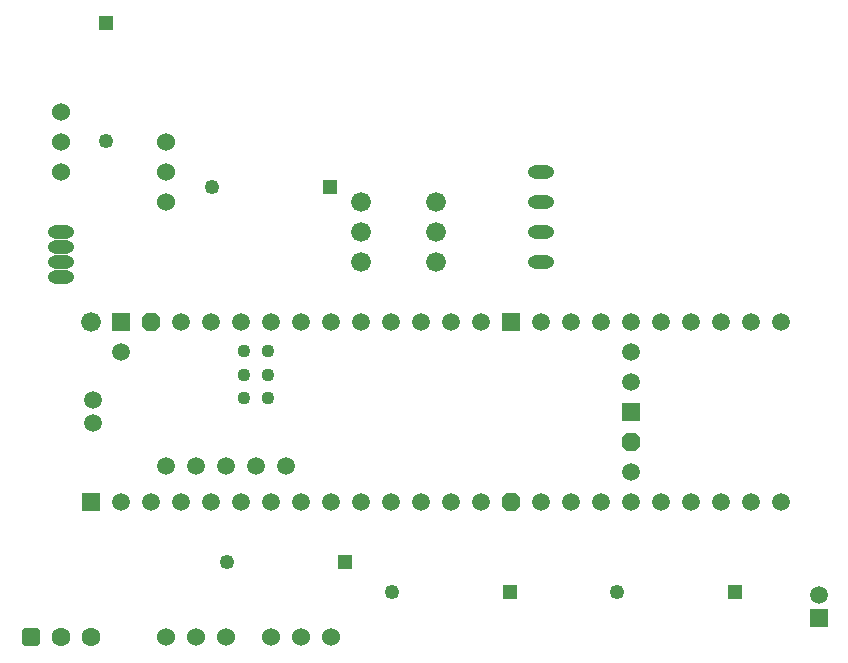
<source format=gbr>
%TF.GenerationSoftware,Altium Limited,Altium Designer,24.1.2 (44)*%
G04 Layer_Physical_Order=1*
G04 Layer_Color=255*
%FSLAX45Y45*%
%MOMM*%
%TF.SameCoordinates,BBF04D0A-6D19-432F-97EC-52E110E972BA*%
%TF.FilePolarity,Positive*%
%TF.FileFunction,Copper,L1,Top,Signal*%
%TF.Part,Single*%
G01*
G75*
%TA.AperFunction,ComponentPad*%
%ADD10R,1.50800X1.50800*%
%ADD11R,1.50800X1.50800*%
%ADD12C,1.67640*%
G04:AMPARAMS|DCode=13|XSize=1.508mm|YSize=1.508mm|CornerRadius=0mm|HoleSize=0mm|Usage=FLASHONLY|Rotation=90.000|XOffset=0mm|YOffset=0mm|HoleType=Round|Shape=Octagon|*
%AMOCTAGOND13*
4,1,8,0.37700,0.75400,-0.37700,0.75400,-0.75400,0.37700,-0.75400,-0.37700,-0.37700,-0.75400,0.37700,-0.75400,0.75400,-0.37700,0.75400,0.37700,0.37700,0.75400,0.0*
%
%ADD13OCTAGOND13*%

%ADD14C,1.50800*%
%ADD15C,1.10795*%
%ADD16C,1.25000*%
%ADD17R,1.25000X1.25000*%
%ADD18R,1.25000X1.25000*%
%ADD19R,1.50000X1.50000*%
%ADD20C,1.50000*%
G04:AMPARAMS|DCode=21|XSize=1.6mm|YSize=1.6mm|CornerRadius=0.4mm|HoleSize=0mm|Usage=FLASHONLY|Rotation=0.000|XOffset=0mm|YOffset=0mm|HoleType=Round|Shape=RoundedRectangle|*
%AMROUNDEDRECTD21*
21,1,1.60000,0.80000,0,0,0.0*
21,1,0.80000,1.60000,0,0,0.0*
1,1,0.80000,0.40000,-0.40000*
1,1,0.80000,-0.40000,-0.40000*
1,1,0.80000,-0.40000,0.40000*
1,1,0.80000,0.40000,0.40000*
%
%ADD21ROUNDEDRECTD21*%
%ADD22C,1.60000*%
%ADD23C,1.52400*%
%ADD24O,2.21590X1.10795*%
D10*
X3302000Y3556000D02*
D03*
X7874000Y4318000D02*
D03*
X6858000Y5080000D02*
D03*
D11*
X3556000D02*
D03*
D12*
X3302000D02*
D03*
X5588000Y5588000D02*
D03*
Y5842000D02*
D03*
Y6096000D02*
D03*
X6223000Y5588000D02*
D03*
Y5842000D02*
D03*
Y6096000D02*
D03*
D13*
X3810000Y5080000D02*
D03*
X7874000Y4064000D02*
D03*
X6858000Y3556000D02*
D03*
D14*
X7874000Y3810000D02*
D03*
Y4572000D02*
D03*
Y4826000D02*
D03*
X6604000Y5080000D02*
D03*
Y3556000D02*
D03*
X3556000D02*
D03*
X3810000D02*
D03*
X4064000D02*
D03*
X4318000D02*
D03*
X4572000D02*
D03*
X4826000D02*
D03*
X5080000D02*
D03*
X5334000D02*
D03*
X5588000D02*
D03*
X5842000D02*
D03*
X6096000D02*
D03*
X6350000D02*
D03*
X3556000Y4826000D02*
D03*
X6350000Y5080000D02*
D03*
X6096000D02*
D03*
X5842000D02*
D03*
X5588000D02*
D03*
X5334000D02*
D03*
X5080000D02*
D03*
X4826000D02*
D03*
X4572000D02*
D03*
X4318000D02*
D03*
X4064000D02*
D03*
X7366000Y3556000D02*
D03*
X7620000D02*
D03*
X7874000D02*
D03*
X8128000D02*
D03*
X8382000D02*
D03*
X8636000D02*
D03*
X8890000D02*
D03*
X9144000D02*
D03*
X7112000Y5080000D02*
D03*
X7366000D02*
D03*
X7620000D02*
D03*
X7874000D02*
D03*
X8128000D02*
D03*
X8382000D02*
D03*
X8636000D02*
D03*
X8890000D02*
D03*
X9144000D02*
D03*
X3937000Y3855999D02*
D03*
X4191000D02*
D03*
X4445000D02*
D03*
X4699000D02*
D03*
X4953000D02*
D03*
X7112000Y3556000D02*
D03*
X3325012Y4418000D02*
D03*
Y4218000D02*
D03*
D15*
X4599000Y4829988D02*
D03*
Y4629988D02*
D03*
Y4429989D02*
D03*
X4799000Y4829988D02*
D03*
Y4629988D02*
D03*
Y4429989D02*
D03*
D16*
X3429000Y6612000D02*
D03*
X4453000Y3048000D02*
D03*
X7755000Y2794000D02*
D03*
X5850000D02*
D03*
X4326000Y6223000D02*
D03*
D17*
X3429000Y7612000D02*
D03*
D18*
X5453000Y3048000D02*
D03*
X8755000Y2794000D02*
D03*
X6850000D02*
D03*
X5326000Y6223000D02*
D03*
D19*
X9470000Y2567000D02*
D03*
D20*
Y2767000D02*
D03*
D21*
X2794000Y2413000D02*
D03*
D22*
X3048000D02*
D03*
X3302000D02*
D03*
D23*
X4445000D02*
D03*
X4191000D02*
D03*
X3937000D02*
D03*
X5334000D02*
D03*
X5080000D02*
D03*
X4826000D02*
D03*
X3048000Y6858000D02*
D03*
Y6604000D02*
D03*
Y6350000D02*
D03*
X3937000Y6604000D02*
D03*
Y6350000D02*
D03*
Y6096000D02*
D03*
D24*
X3048000Y5842000D02*
D03*
Y5715000D02*
D03*
Y5588000D02*
D03*
Y5461000D02*
D03*
X7112000Y5588000D02*
D03*
Y5842000D02*
D03*
Y6096000D02*
D03*
Y6350000D02*
D03*
%TF.MD5,1b03d549d2161408efacf82b6d1cf07e*%
M02*

</source>
